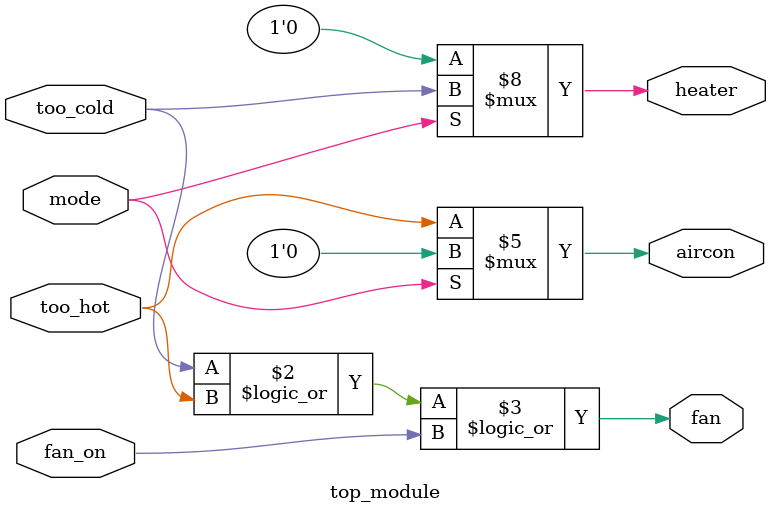
<source format=sv>
module top_module(
    input mode,
    input too_cold, 
    input too_hot,
    input fan_on,
    output heater,
    output aircon,
    output fan
);

    reg fan;
    reg heater;
    reg aircon;

    always @(mode, too_cold, too_hot, fan_on) begin
        fan = (too_cold || too_hot || fan_on);
        
        if (mode) begin
            heater = too_cold;
            aircon = 0;
        end else begin
            heater = 0;
            aircon = too_hot;
        end
    end

    assign fan = fan;
    assign heater = heater;
    assign aircon = aircon;

endmodule

</source>
